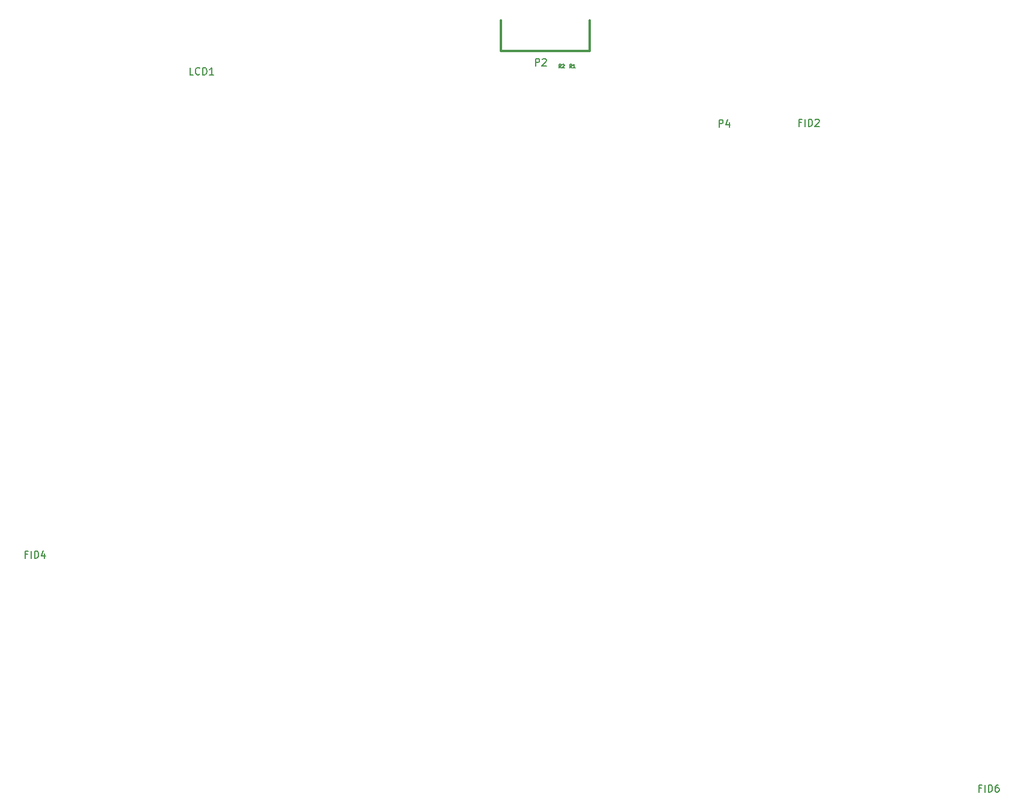
<source format=gto>
G04 #@! TF.FileFunction,Legend,Top*
%FSLAX46Y46*%
G04 Gerber Fmt 4.6, Leading zero omitted, Abs format (unit mm)*
G04 Created by KiCad (PCBNEW (2015-07-17 BZR 5958)-product) date 8/7/2015 1:38:11 AM*
%MOMM*%
G01*
G04 APERTURE LIST*
%ADD10C,0.150000*%
%ADD11C,0.300000*%
%ADD12C,0.127000*%
%ADD13C,0.200000*%
G04 APERTURE END LIST*
D10*
D11*
X116381000Y-25423000D02*
X116381000Y-29723000D01*
X103831000Y-29723000D02*
X103831000Y-25423000D01*
X103831000Y-29723000D02*
X116381000Y-29723000D01*
D12*
X112310333Y-32106810D02*
X112141000Y-31864905D01*
X112020047Y-32106810D02*
X112020047Y-31598810D01*
X112213571Y-31598810D01*
X112261952Y-31623000D01*
X112286143Y-31647190D01*
X112310333Y-31695571D01*
X112310333Y-31768143D01*
X112286143Y-31816524D01*
X112261952Y-31840714D01*
X112213571Y-31864905D01*
X112020047Y-31864905D01*
X112503857Y-31647190D02*
X112528047Y-31623000D01*
X112576428Y-31598810D01*
X112697381Y-31598810D01*
X112745762Y-31623000D01*
X112769952Y-31647190D01*
X112794143Y-31695571D01*
X112794143Y-31743952D01*
X112769952Y-31816524D01*
X112479666Y-32106810D01*
X112794143Y-32106810D01*
X113834333Y-32106810D02*
X113665000Y-31864905D01*
X113544047Y-32106810D02*
X113544047Y-31598810D01*
X113737571Y-31598810D01*
X113785952Y-31623000D01*
X113810143Y-31647190D01*
X113834333Y-31695571D01*
X113834333Y-31768143D01*
X113810143Y-31816524D01*
X113785952Y-31840714D01*
X113737571Y-31864905D01*
X113544047Y-31864905D01*
X114318143Y-32106810D02*
X114027857Y-32106810D01*
X114173000Y-32106810D02*
X114173000Y-31598810D01*
X114124619Y-31671381D01*
X114076238Y-31719762D01*
X114027857Y-31743952D01*
D13*
X134643905Y-40457381D02*
X134643905Y-39457381D01*
X135024858Y-39457381D01*
X135120096Y-39505000D01*
X135167715Y-39552619D01*
X135215334Y-39647857D01*
X135215334Y-39790714D01*
X135167715Y-39885952D01*
X135120096Y-39933571D01*
X135024858Y-39981190D01*
X134643905Y-39981190D01*
X136072477Y-39790714D02*
X136072477Y-40457381D01*
X135834381Y-39409762D02*
X135596286Y-40124048D01*
X136215334Y-40124048D01*
X108735905Y-31821381D02*
X108735905Y-30821381D01*
X109116858Y-30821381D01*
X109212096Y-30869000D01*
X109259715Y-30916619D01*
X109307334Y-31011857D01*
X109307334Y-31154714D01*
X109259715Y-31249952D01*
X109212096Y-31297571D01*
X109116858Y-31345190D01*
X108735905Y-31345190D01*
X109688286Y-30916619D02*
X109735905Y-30869000D01*
X109831143Y-30821381D01*
X110069239Y-30821381D01*
X110164477Y-30869000D01*
X110212096Y-30916619D01*
X110259715Y-31011857D01*
X110259715Y-31107095D01*
X110212096Y-31249952D01*
X109640667Y-31821381D01*
X110259715Y-31821381D01*
X37028572Y-100807571D02*
X36695238Y-100807571D01*
X36695238Y-101331381D02*
X36695238Y-100331381D01*
X37171429Y-100331381D01*
X37552381Y-101331381D02*
X37552381Y-100331381D01*
X38028571Y-101331381D02*
X38028571Y-100331381D01*
X38266666Y-100331381D01*
X38409524Y-100379000D01*
X38504762Y-100474238D01*
X38552381Y-100569476D01*
X38600000Y-100759952D01*
X38600000Y-100902810D01*
X38552381Y-101093286D01*
X38504762Y-101188524D01*
X38409524Y-101283762D01*
X38266666Y-101331381D01*
X38028571Y-101331381D01*
X39457143Y-100664714D02*
X39457143Y-101331381D01*
X39219047Y-100283762D02*
X38980952Y-100998048D01*
X39600000Y-100998048D01*
X171648572Y-133827571D02*
X171315238Y-133827571D01*
X171315238Y-134351381D02*
X171315238Y-133351381D01*
X171791429Y-133351381D01*
X172172381Y-134351381D02*
X172172381Y-133351381D01*
X172648571Y-134351381D02*
X172648571Y-133351381D01*
X172886666Y-133351381D01*
X173029524Y-133399000D01*
X173124762Y-133494238D01*
X173172381Y-133589476D01*
X173220000Y-133779952D01*
X173220000Y-133922810D01*
X173172381Y-134113286D01*
X173124762Y-134208524D01*
X173029524Y-134303762D01*
X172886666Y-134351381D01*
X172648571Y-134351381D01*
X174077143Y-133351381D02*
X173886666Y-133351381D01*
X173791428Y-133399000D01*
X173743809Y-133446619D01*
X173648571Y-133589476D01*
X173600952Y-133779952D01*
X173600952Y-134160905D01*
X173648571Y-134256143D01*
X173696190Y-134303762D01*
X173791428Y-134351381D01*
X173981905Y-134351381D01*
X174077143Y-134303762D01*
X174124762Y-134256143D01*
X174172381Y-134160905D01*
X174172381Y-133922810D01*
X174124762Y-133827571D01*
X174077143Y-133779952D01*
X173981905Y-133732333D01*
X173791428Y-133732333D01*
X173696190Y-133779952D01*
X173648571Y-133827571D01*
X173600952Y-133922810D01*
X146248572Y-39847571D02*
X145915238Y-39847571D01*
X145915238Y-40371381D02*
X145915238Y-39371381D01*
X146391429Y-39371381D01*
X146772381Y-40371381D02*
X146772381Y-39371381D01*
X147248571Y-40371381D02*
X147248571Y-39371381D01*
X147486666Y-39371381D01*
X147629524Y-39419000D01*
X147724762Y-39514238D01*
X147772381Y-39609476D01*
X147820000Y-39799952D01*
X147820000Y-39942810D01*
X147772381Y-40133286D01*
X147724762Y-40228524D01*
X147629524Y-40323762D01*
X147486666Y-40371381D01*
X147248571Y-40371381D01*
X148200952Y-39466619D02*
X148248571Y-39419000D01*
X148343809Y-39371381D01*
X148581905Y-39371381D01*
X148677143Y-39419000D01*
X148724762Y-39466619D01*
X148772381Y-39561857D01*
X148772381Y-39657095D01*
X148724762Y-39799952D01*
X148153333Y-40371381D01*
X148772381Y-40371381D01*
X60428334Y-33091381D02*
X59952143Y-33091381D01*
X59952143Y-32091381D01*
X61333096Y-32996143D02*
X61285477Y-33043762D01*
X61142620Y-33091381D01*
X61047382Y-33091381D01*
X60904524Y-33043762D01*
X60809286Y-32948524D01*
X60761667Y-32853286D01*
X60714048Y-32662810D01*
X60714048Y-32519952D01*
X60761667Y-32329476D01*
X60809286Y-32234238D01*
X60904524Y-32139000D01*
X61047382Y-32091381D01*
X61142620Y-32091381D01*
X61285477Y-32139000D01*
X61333096Y-32186619D01*
X61761667Y-33091381D02*
X61761667Y-32091381D01*
X61999762Y-32091381D01*
X62142620Y-32139000D01*
X62237858Y-32234238D01*
X62285477Y-32329476D01*
X62333096Y-32519952D01*
X62333096Y-32662810D01*
X62285477Y-32853286D01*
X62237858Y-32948524D01*
X62142620Y-33043762D01*
X61999762Y-33091381D01*
X61761667Y-33091381D01*
X63285477Y-33091381D02*
X62714048Y-33091381D01*
X62999762Y-33091381D02*
X62999762Y-32091381D01*
X62904524Y-32234238D01*
X62809286Y-32329476D01*
X62714048Y-32377095D01*
M02*

</source>
